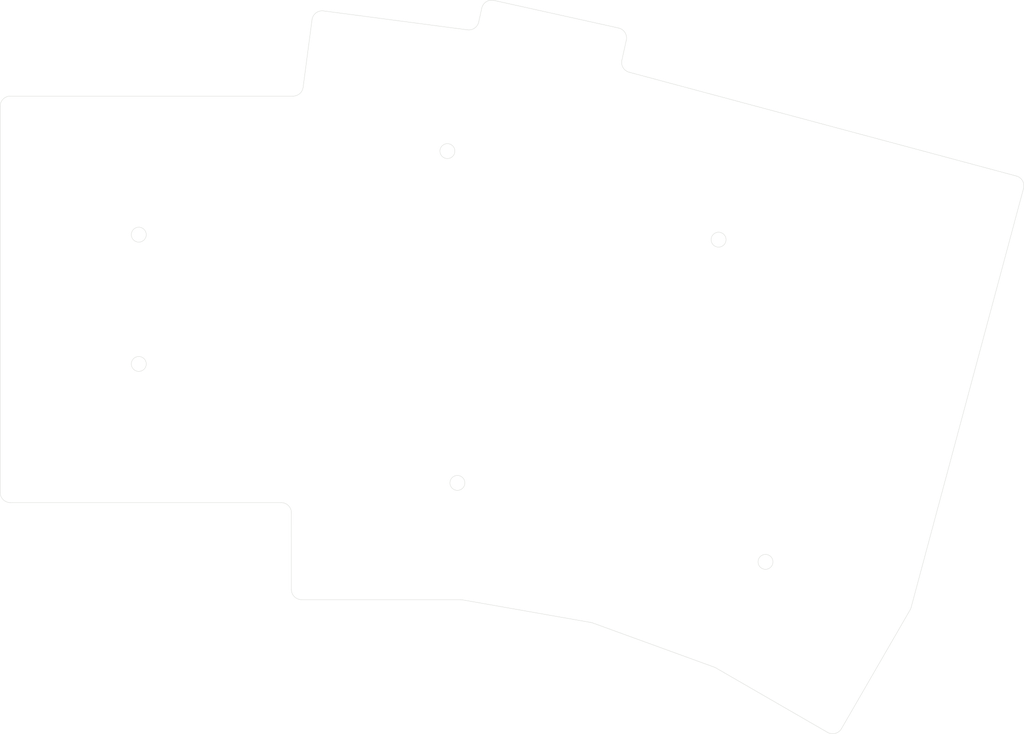
<source format=kicad_pcb>
(kicad_pcb (version 20171130) (host pcbnew "(5.1.2)-1")

  (general
    (thickness 1.6)
    (drawings 38)
    (tracks 0)
    (zones 0)
    (modules 0)
    (nets 1)
  )

  (page A4)
  (layers
    (0 F.Cu signal)
    (31 B.Cu signal)
    (32 B.Adhes user)
    (33 F.Adhes user)
    (34 B.Paste user)
    (35 F.Paste user)
    (36 B.SilkS user)
    (37 F.SilkS user)
    (38 B.Mask user)
    (39 F.Mask user)
    (40 Dwgs.User user)
    (41 Cmts.User user)
    (42 Eco1.User user)
    (43 Eco2.User user)
    (44 Edge.Cuts user)
    (45 Margin user)
    (46 B.CrtYd user)
    (47 F.CrtYd user)
    (48 B.Fab user)
    (49 F.Fab user)
  )

  (setup
    (last_trace_width 0.25)
    (trace_clearance 0.2)
    (zone_clearance 0.508)
    (zone_45_only no)
    (trace_min 0.2)
    (via_size 0.8)
    (via_drill 0.4)
    (via_min_size 0.4)
    (via_min_drill 0.3)
    (uvia_size 0.3)
    (uvia_drill 0.1)
    (uvias_allowed no)
    (uvia_min_size 0.2)
    (uvia_min_drill 0.1)
    (edge_width 0.05)
    (segment_width 0.2)
    (pcb_text_width 0.3)
    (pcb_text_size 1.5 1.5)
    (mod_edge_width 0.12)
    (mod_text_size 1 1)
    (mod_text_width 0.15)
    (pad_size 1.524 1.524)
    (pad_drill 0.762)
    (pad_to_mask_clearance 0.051)
    (solder_mask_min_width 0.25)
    (aux_axis_origin 189.91374 86.32952)
    (grid_origin 84.04654 65.22212)
    (visible_elements 7FFFEFFF)
    (pcbplotparams
      (layerselection 0x010f0_ffffffff)
      (usegerberextensions false)
      (usegerberattributes false)
      (usegerberadvancedattributes false)
      (creategerberjobfile false)
      (excludeedgelayer true)
      (linewidth 0.100000)
      (plotframeref false)
      (viasonmask false)
      (mode 1)
      (useauxorigin false)
      (hpglpennumber 1)
      (hpglpenspeed 20)
      (hpglpendiameter 15.000000)
      (psnegative false)
      (psa4output false)
      (plotreference true)
      (plotvalue true)
      (plotinvisibletext false)
      (padsonsilk false)
      (subtractmaskfromsilk false)
      (outputformat 1)
      (mirror false)
      (drillshape 0)
      (scaleselection 1)
      (outputdirectory ""))
  )

  (net 0 "")

  (net_class Default "これはデフォルトのネット クラスです。"
    (clearance 0.2)
    (trace_width 0.25)
    (via_dia 0.8)
    (via_drill 0.4)
    (uvia_dia 0.3)
    (uvia_drill 0.1)
  )

  (net_class GND ""
    (clearance 0.2)
    (trace_width 0.5)
    (via_dia 0.8)
    (via_drill 0.4)
    (uvia_dia 0.3)
    (uvia_drill 0.1)
  )

  (net_class VCC ""
    (clearance 0.2)
    (trace_width 0.5)
    (via_dia 0.8)
    (via_drill 0.4)
    (uvia_dia 0.3)
    (uvia_drill 0.1)
  )

  (gr_circle (center 196.82254 133.80212) (end 197.65566 134.52094) (layer Edge.Cuts) (width 0.05) (tstamp 5CE2A57B))
  (gr_circle (center 151.45814 122.16892) (end 152.29126 122.88774) (layer Edge.Cuts) (width 0.05) (tstamp 5CE2A57B))
  (gr_circle (center 104.54434 104.64292) (end 105.37746 105.36174) (layer Edge.Cuts) (width 0.05) (tstamp 5CE2A57B))
  (gr_circle (center 104.54434 85.59292) (end 105.37746 86.31174) (layer Edge.Cuts) (width 0.05) (tstamp 5CE2A57B))
  (gr_circle (center 149.98314 73.27974) (end 150.81626 73.99856) (layer Edge.Cuts) (width 0.05) (tstamp 5CE2A57B))
  (gr_circle (center 189.91374 86.32952) (end 190.74686 87.04834) (layer Edge.Cuts) (width 0.05))
  (gr_line (start 176.812558 61.677186) (end 233.75004 76.950106) (layer Edge.Cuts) (width 0.05) (tstamp 5CDD56CB))
  (gr_line (start 84.136075 123.571635) (end 84.13364 66.67574) (layer Edge.Cuts) (width 0.05) (tstamp 5CDD56D4))
  (gr_line (start 125.51278 125.07288) (end 85.63732 125.07288) (layer Edge.Cuts) (width 0.05) (tstamp 5CDD56D3))
  (gr_line (start 127.013912 137.869392) (end 127.010296 126.570396) (layer Edge.Cuts) (width 0.05) (tstamp 5CDD56D2))
  (gr_line (start 151.911 139.372968) (end 128.5176 139.37308) (layer Edge.Cuts) (width 0.05) (tstamp 5CDD56D1))
  (gr_line (start 171.127428 142.737042) (end 152.17262 139.39594) (layer Edge.Cuts) (width 0.05) (tstamp 5CDD56D0))
  (gr_line (start 189.269611 149.31377) (end 171.3801 142.80462) (layer Edge.Cuts) (width 0.05) (tstamp 5CDD56CF))
  (gr_line (start 205.957161 158.925932) (end 189.50554 149.42386) (layer Edge.Cuts) (width 0.05) (tstamp 5CDD56CE))
  (gr_line (start 218.11356 140.8793) (end 208.01198 158.37482) (layer Edge.Cuts) (width 0.05) (tstamp 5CDD56CD))
  (gr_line (start 234.81152 78.789) (end 218.263851 140.517041) (layer Edge.Cuts) (width 0.05) (tstamp 5CDD56CC))
  (gr_line (start 176.32802 56.93738) (end 175.68794 59.82282) (layer Edge.Cuts) (width 0.05) (tstamp 5CDD56CA))
  (gr_line (start 156.830911 51.0776) (end 175.188326 55.146852) (layer Edge.Cuts) (width 0.05) (tstamp 5CDD56C9))
  (gr_line (start 154.611188 54.185594) (end 155.0479 52.215215) (layer Edge.Cuts) (width 0.05) (tstamp 5CDD56C8))
  (gr_line (start 131.735665 52.625321) (end 152.93462 55.41592) (layer Edge.Cuts) (width 0.05) (tstamp 5CDD56C7))
  (gr_line (start 127.25776 65.17714) (end 85.632724 65.176656) (layer Edge.Cuts) (width 0.05) (tstamp 5CDD525C))
  (gr_line (start 128.741063 63.876551) (end 130.05176 53.91732) (layer Edge.Cuts) (width 0.05) (tstamp 5CDD525B))
  (gr_arc (start 127.25776 63.681003) (end 127.25776 65.17714) (angle -82.48984582) (layer Edge.Cuts) (width 0.05))
  (gr_arc (start 131.540086 54.11376) (end 131.735665 52.625321) (angle -89.96686976) (layer Edge.Cuts) (width 0.05))
  (gr_arc (start 153.130199 53.924941) (end 152.93462 55.41592) (angle -87.49130295) (layer Edge.Cuts) (width 0.05))
  (gr_arc (start 177.138279 60.211439) (end 175.68794 59.82282) (angle -92.47128695) (layer Edge.Cuts) (width 0.05))
  (gr_arc (start 156.508332 52.538099) (end 156.830911 51.0776) (angle -89.98804352) (layer Edge.Cuts) (width 0.05))
  (gr_arc (start 174.862441 56.612261) (end 176.32802 56.93738) (angle -89.97003585) (layer Edge.Cuts) (width 0.05))
  (gr_arc (start 233.361181 78.400381) (end 234.81152 78.789) (angle -89.9905278) (layer Edge.Cuts) (width 0.05))
  (gr_arc (start 216.813081 140.127461) (end 218.11356 140.8793) (angle -15.0020347) (layer Edge.Cuts) (width 0.05))
  (gr_arc (start 206.709 157.622913) (end 205.957161 158.925932) (angle -89.99700754) (layer Edge.Cuts) (width 0.05))
  (gr_arc (start 188.756241 150.721799) (end 189.50554 149.42386) (angle -9.965869487) (layer Edge.Cuts) (width 0.05))
  (gr_arc (start 170.867021 144.216859) (end 171.3801 142.80462) (angle -9.986231884) (layer Edge.Cuts) (width 0.05))
  (gr_arc (start 151.911001 140.874219) (end 152.17262 139.39594) (angle -10.03605771) (layer Edge.Cuts) (width 0.05))
  (gr_arc (start 128.5176 137.869392) (end 127.013912 137.869392) (angle -90) (layer Edge.Cuts) (width 0.05))
  (gr_arc (start 125.51278 126.570396) (end 127.010296 126.570396) (angle -90) (layer Edge.Cuts) (width 0.05))
  (gr_arc (start 85.63732 123.571635) (end 84.136075 123.571635) (angle -90) (layer Edge.Cuts) (width 0.05))
  (gr_arc (start 85.632724 66.67574) (end 85.632724 65.176656) (angle -90) (layer Edge.Cuts) (width 0.05))

)

</source>
